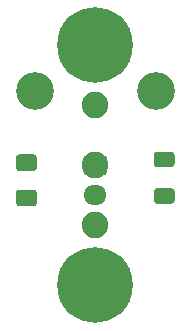
<source format=gbr>
%TF.GenerationSoftware,KiCad,Pcbnew,(5.1.7)-1*%
%TF.CreationDate,2020-11-24T20:57:24-06:00*%
%TF.ProjectId,025mag-PROBE-BOARD_REV2,3032356d-6167-42d5-9052-4f42452d424f,rev?*%
%TF.SameCoordinates,Original*%
%TF.FileFunction,Soldermask,Bot*%
%TF.FilePolarity,Negative*%
%FSLAX46Y46*%
G04 Gerber Fmt 4.6, Leading zero omitted, Abs format (unit mm)*
G04 Created by KiCad (PCBNEW (5.1.7)-1) date 2020-11-24 20:57:24*
%MOMM*%
%LPD*%
G01*
G04 APERTURE LIST*
%ADD10C,3.200000*%
%ADD11C,1.800000*%
%ADD12C,2.250000*%
%ADD13O,1.950000X1.700000*%
%ADD14C,6.400000*%
G04 APERTURE END LIST*
D10*
%TO.C,M31*%
X-5080000Y6330000D03*
%TD*%
D11*
%TO.C,SW1*%
X0Y-2540000D03*
D12*
X0Y0D03*
X0Y5080000D03*
X0Y-5080000D03*
%TD*%
D13*
%TO.C,REF\u002A\u002A*%
X0Y-5000000D03*
G36*
G01*
X-725000Y850000D02*
X725000Y850000D01*
G75*
G02*
X975000Y600000I0J-250000D01*
G01*
X975000Y-600000D01*
G75*
G02*
X725000Y-850000I-250000J0D01*
G01*
X-725000Y-850000D01*
G75*
G02*
X-975000Y-600000I0J250000D01*
G01*
X-975000Y600000D01*
G75*
G02*
X-725000Y850000I250000J0D01*
G01*
G37*
X0Y-2500000D03*
%TD*%
%TO.C,D1*%
G36*
G01*
X-6459000Y-2049000D02*
X-5209000Y-2049000D01*
G75*
G02*
X-4959000Y-2299000I0J-250000D01*
G01*
X-4959000Y-3224000D01*
G75*
G02*
X-5209000Y-3474000I-250000J0D01*
G01*
X-6459000Y-3474000D01*
G75*
G02*
X-6709000Y-3224000I0J250000D01*
G01*
X-6709000Y-2299000D01*
G75*
G02*
X-6459000Y-2049000I250000J0D01*
G01*
G37*
G36*
G01*
X-6459000Y926000D02*
X-5209000Y926000D01*
G75*
G02*
X-4959000Y676000I0J-250000D01*
G01*
X-4959000Y-249000D01*
G75*
G02*
X-5209000Y-499000I-250000J0D01*
G01*
X-6459000Y-499000D01*
G75*
G02*
X-6709000Y-249000I0J250000D01*
G01*
X-6709000Y676000D01*
G75*
G02*
X-6459000Y926000I250000J0D01*
G01*
G37*
%TD*%
%TO.C,R2*%
G36*
G01*
X5208999Y-1950000D02*
X6459001Y-1950000D01*
G75*
G02*
X6709000Y-2199999I0J-249999D01*
G01*
X6709000Y-3000001D01*
G75*
G02*
X6459001Y-3250000I-249999J0D01*
G01*
X5208999Y-3250000D01*
G75*
G02*
X4959000Y-3000001I0J249999D01*
G01*
X4959000Y-2199999D01*
G75*
G02*
X5208999Y-1950000I249999J0D01*
G01*
G37*
G36*
G01*
X5208999Y1150000D02*
X6459001Y1150000D01*
G75*
G02*
X6709000Y900001I0J-249999D01*
G01*
X6709000Y99999D01*
G75*
G02*
X6459001Y-150000I-249999J0D01*
G01*
X5208999Y-150000D01*
G75*
G02*
X4959000Y99999I0J249999D01*
G01*
X4959000Y900001D01*
G75*
G02*
X5208999Y1150000I249999J0D01*
G01*
G37*
%TD*%
D10*
%TO.C,REF\u002A\u002A*%
X5120000Y6330000D03*
%TD*%
D14*
%TO.C,MAG2*%
X0Y-10160000D03*
%TD*%
%TO.C,MAG1*%
X0Y10160000D03*
%TD*%
M02*

</source>
